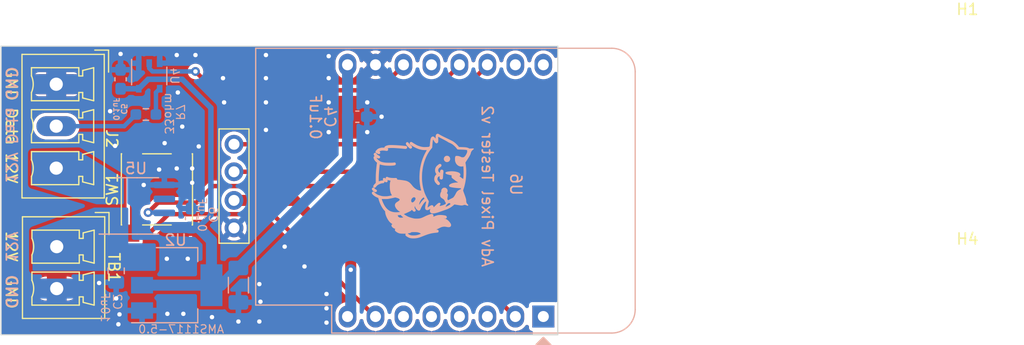
<source format=kicad_pcb>
(kicad_pcb (version 20221018) (generator pcbnew)
  (title_block (title "Adv Pixel Tester") (date "2024-01-19") (rev "v2"))
  (layers (0 "F.Cu" signal) (31 "B.Cu" signal) (34 "B.Paste" user) (35 "F.Paste" user) (36 "B.SilkS" user "B.Silkscreen") (37 "F.SilkS" user "F.Silkscreen") (38 "B.Mask" user) (39 "F.Mask" user) (44 "Edge.Cuts" user))
  (net 0 "")
  (net 1 "IN1")
  (net 2 "GND")
  (net 3 "VIN1")
  (net 4 "+5V")
  (net 5 "/DOUT1")
  (net 6 "+3.3V")
  (net 7 "OUT1")
  (net 14 "Net-(R7-Pad2)")
  (net 18 "VOUT1")
  (net 19 "I2C_SDA")
  (net 20 "I2C_SCL")
  (net 21 "SW1")
  (footprint "MountingHole:MountingHole_2.7mm_M2.5" (layer "F.Cu") (at 197.7 59.15)
    (fp_text reference "H1" (at 0 -3.7) (layer "F.SilkS"))
    (fp_text value "MountingHole")
    (pad "" np_thru_hole circle (at 0 0) (size 2.7 2.7) (drill 2.7) (layers "*.Cu" "*.Mask"))
  )
  (footprint "Connector_Phoenix_MC:PhoenixContact_MCV_1,5_3-G-3.81_1x03_P3.81mm_Vertical" (layer "F.Cu") (at 114.9575 62.25 -90)
    (fp_text reference "J2" (at 4.95 -5.0425 -90 unlocked) (layer "F.SilkS"))
    (fp_text value "String1")
    (pad "1" thru_hole roundrect (at 0 0 270) (size 1.8 3.6) (drill 1.2) (layers "*.Cu" "*.Mask") (roundrect_rratio 0.1388888889) (net 2 "GND") (thermal_bridge_width 2) (thermal_gap 0.2))
    (pad "2" thru_hole oval (at 3.81 0 270) (size 1.8 3.6) (drill 1.2) (layers "*.Cu" "*.Mask") (net 5 "/DOUT1"))
    (pad "3" thru_hole oval (at 7.62 0 270) (size 1.8 3.6) (drill 1.2) (layers "*.Cu" "*.Mask") (net 18 "VOUT1"))
  )
  (footprint "Scotts:OLED-SSD1306-128X64-I2C-THT_2HOLE" (layer "F.Cu") (at 131.1 71.5 90)
    (fp_text reference "J3" hide)
    (fp_text value "OLED")
    (pad "1" thru_hole circle (at 3.8 0 90) (size 1.7 1.7) (drill 1) (layers "*.Cu" "*.Mask") (net 19 "I2C_SDA"))
    (pad "2" thru_hole circle (at 1.3 0 90) (size 1.7 1.7) (drill 1) (layers "*.Cu" "*.Mask") (net 20 "I2C_SCL"))
    (pad "3" thru_hole circle (at -1.3 0 90) (size 1.7 1.7) (drill 1) (layers "*.Cu" "*.Mask") (net 6 "+3.3V"))
    (pad "4" thru_hole circle (at -3.8 0 90) (size 1.7 1.7) (drill 1) (layers "*.Cu" "*.Mask") (net 2 "GND"))
  )
  (footprint "Connector_Phoenix_MC:PhoenixContact_MCV_1,5_2-G-3.81_1x02_P3.81mm_Vertical" (layer "F.Cu") (at 115 77 -90)
    (fp_text reference "TB1" (at 1.9 -5.2 -90 unlocked) (layer "F.SilkS"))
    (fp_text value "Power In")
    (pad "1" thru_hole roundrect (at 0 0 270) (size 1.8 3.6) (drill 1.2) (layers "*.Cu" "*.Mask") (roundrect_rratio 0.1388888889) (net 3 "VIN1"))
    (pad "2" thru_hole oval (at 3.81 0 270) (size 1.8 3.6) (drill 1.2) (layers "*.Cu" "*.Mask") (net 2 "GND") (thermal_bridge_width 2) (thermal_gap 0.2))
  )
  (footprint "MountingHole:MountingHole_2.7mm_M2.5" (layer "F.Cu") (at 197.7 80)
    (fp_text reference "H4" (at 0 -3.7) (layer "F.SilkS"))
    (fp_text value "MountingHole")
    (pad "" np_thru_hole circle (at 0 0) (size 2.7 2.7) (drill 2.7) (layers "*.Cu" "*.Mask"))
  )
  (footprint "Button_Switch_SMD:SW_Push_1P1T_NO_6x6mm_H9.5mm" (layer "F.Cu") (at 124.1 71.8 90)
    (fp_text reference "SW1" (at 0 -4.05 90 unlocked) (layer "F.SilkS"))
    (fp_text value "SW_Push")
    (pad "1" smd rect (at -3.975 -2.25 90) (size 1.55 1.3) (layers "F.Cu" "F.Paste" "F.Mask") (net 21 "SW1"))
    (pad "1" smd rect (at 3.975 -2.25 90) (size 1.55 1.3) (layers "F.Cu" "F.Paste" "F.Mask") (net 21 "SW1"))
    (pad "2" smd rect (at -3.975 2.25 90) (size 1.55 1.3) (layers "F.Cu" "F.Paste" "F.Mask") (net 2 "GND"))
    (pad "2" smd rect (at 3.975 2.25 90) (size 1.55 1.3) (layers "F.Cu" "F.Paste" "F.Mask") (net 2 "GND"))
  )
  (footprint "Package_TO_SOT_SMD:SOT-223-3_TabPin2" (layer "B.Cu") (at 125.9 80.5)
    (fp_text reference "U2" (at -0.1 -4.1 180) (layer "B.SilkS") (effects (justify mirror)))
    (fp_text value "AMS1117-5.0" (at 0.4 4) (layer "B.SilkS") (effects (font (size 0.75 0.75) (thickness 0.1)) (justify mirror)))
    (pad "1" smd rect (at -3.15 2.3) (size 2 1.5) (layers "B.Cu" "B.Paste" "B.Mask") (net 2 "GND"))
    (pad "2" smd rect (at -3.15 0) (size 2 1.5) (layers "B.Cu" "B.Paste" "B.Mask") (net 4 "+5V"))
    (pad "2" smd rect (at 3.15 0) (size 2 3.8) (layers "B.Cu" "B.Paste" "B.Mask") (net 4 "+5V"))
    (pad "3" smd rect (at -3.15 -2.3) (size 2 1.5) (layers "B.Cu" "B.Paste" "B.Mask") (net 3 "VIN1"))
  )
  (footprint "Capacitor_SMD:C_0805_2012Metric_Pad1.18x1.45mm_HandSolder" (layer "B.Cu") (at 120.4 79.2 -90)
    (fp_text reference "C2" (at 2.8 -0.1 -90 unlocked) (layer "B.SilkS") (effects (font (size 0.75 0.75) (thickness 0.1)) (justify mirror)))
    (fp_text value "10uF" (at 3.3 1 -90 unlocked) (layer "B.SilkS") (effects (font (size 0.75 0.75) (thickness 0.1)) (justify mirror)))
    (pad "1" smd roundrect (at -1.0375 0 270) (size 1.175 1.45) (layers "B.Cu" "B.Paste" "B.Mask") (roundrect_rratio 0.2127659574) (net 3 "VIN1"))
    (pad "2" smd roundrect (at 1.0375 0 270) (size 1.175 1.45) (layers "B.Cu" "B.Paste" "B.Mask") (roundrect_rratio 0.2127659574) (net 2 "GND"))
  )
  (footprint "Module:WEMOS_D1_mini_light" (layer "B.Cu") (at 159.19 83.345 90)
    (fp_text reference "U6" (at 12 -2.49 270 unlocked) (layer "B.SilkS") (effects (justify mirror)))
    (fp_text value "WeMos_D1_mini")
    (pad "1" thru_hole rect (at 0 0 90) (size 2 2) (drill 1) (layers "*.Cu" "*.Mask"))
    (pad "2" thru_hole oval (at 0 -2.54 90) (size 2 1.6) (drill 1) (layers "*.Cu" "*.Mask") (net 1 "IN1"))
    (pad "3" thru_hole oval (at 0 -5.08 90) (size 2 1.6) (drill 1) (layers "*.Cu" "*.Mask"))
    (pad "4" thru_hole oval (at 0 -7.62 90) (size 2 1.6) (drill 1) (layers "*.Cu" "*.Mask"))
    (pad "5" thru_hole oval (at 0 -10.16 90) (size 2 1.6) (drill 1) (layers "*.Cu" "*.Mask"))
    (pad "6" thru_hole oval (at 0 -12.7 90) (size 2 1.6) (drill 1) (layers "*.Cu" "*.Mask"))
    (pad "7" thru_hole oval (at 0 -15.24 90) (size 2 1.6) (drill 1) (layers "*.Cu" "*.Mask") (net 21 "SW1"))
    (pad "8" thru_hole oval (at 0 -17.78 90) (size 2 1.6) (drill 1) (layers "*.Cu" "*.Mask") (net 6 "+3.3V"))
    (pad "9" thru_hole oval (at 22.86 -17.78 90) (size 2 1.6) (drill 1) (layers "*.Cu" "*.Mask") (net 4 "+5V"))
    (pad "10" thru_hole oval (at 22.86 -15.24 90) (size 2 1.6) (drill 1) (layers "*.Cu" "*.Mask") (net 2 "GND") (thermal_bridge_width 1))
    (pad "11" thru_hole oval (at 22.86 -12.7 90) (size 2 1.6) (drill 1) (layers "*.Cu" "*.Mask") (net 7 "OUT1"))
    (pad "12" thru_hole oval (at 22.86 -10.16 90) (size 2 1.6) (drill 1) (layers "*.Cu" "*.Mask"))
    (pad "13" thru_hole oval (at 22.86 -7.62 90) (size 2 1.6) (drill 1) (layers "*.Cu" "*.Mask") (net 19 "I2C_SDA"))
    (pad "14" thru_hole oval (at 22.86 -5.08 90) (size 2 1.6) (drill 1) (layers "*.Cu" "*.Mask") (net 20 "I2C_SCL"))
    (pad "15" thru_hole oval (at 22.86 -2.54 90) (size 2 1.6) (drill 1) (layers "*.Cu" "*.Mask"))
    (pad "16" thru_hole oval (at 22.86 0 90) (size 2 1.6) (drill 1) (layers "*.Cu" "*.Mask"))
  )
  (footprint "Capacitor_SMD:C_0603_1608Metric_Pad1.08x0.95mm_HandSolder" (layer "B.Cu") (at 142.3 65.2)
    (fp_text reference "C4" (at -2.5 0 -90 unlocked) (layer "B.SilkS") (effects (justify mirror)))
    (fp_text value "0.1uF" (at -3.8 0 -90 unlocked) (layer "B.SilkS") (effects (justify mirror)))
    (pad "1" smd roundrect (at -0.8625 0) (size 1.075 0.95) (layers "B.Cu" "B.Paste" "B.Mask") (net 4 "+5V"))
    (pad "2" smd roundrect (at 0.8625 0) (size 1.075 0.95) (layers "B.Cu" "B.Paste" "B.Mask") (net 2 "GND"))
  )
  (footprint "Capacitor_SMD:C_0603_1608Metric_Pad1.08x0.95mm_HandSolder" (layer "B.Cu") (at 120.8 61.8 90)
    (fp_text reference "C5" (at -2.7 0.3 270 unlocked) (layer "B.SilkS") (effects (font (size 0.5 0.5) (thickness 0.1)) (justify mirror)))
    (fp_text value "0.1uF" (at -2.7 -0.4 270 unlocked) (layer "B.SilkS") (effects (font (size 0.5 0.5) (thickness 0.1) bold) (justify mirror)))
    (pad "1" smd roundrect (at -0.8625 0 90) (size 1.075 0.95) (layers "B.Cu" "B.Paste" "B.Mask") (net 4 "+5V"))
    (pad "2" smd roundrect (at 0.8625 0 90) (size 1.075 0.95) (layers "B.Cu" "B.Paste" "B.Mask") (net 2 "GND"))
  )
  (footprint "Package_SO:TSOP-5_1.65x3.05mm_P0.95mm" (layer "B.Cu") (at 123.4 61.5 -90)
    (fp_text reference "U4" (at 0 -2.3 -90 unlocked) (layer "B.SilkS") (effects (font (size 0.75 0.75) (thickness 0.1)) (justify mirror)))
    (fp_text value "74AHCT1G125")
    (pad "1" smd rect (at -1.16 0.95 270) (size 0.7 0.51) (layers "B.Cu" "B.Paste" "B.Mask") (net 2 "GND"))
    (pad "2" smd rect (at -1.16 0 270) (size 0.7 0.51) (layers "B.Cu" "B.Paste" "B.Mask") (net 7 "OUT1"))
    (pad "3" smd rect (at -1.16 -0.95 270) (size 0.7 0.51) (layers "B.Cu" "B.Paste" "B.Mask") (net 2 "GND"))
    (pad "4" smd rect (at 1.16 -0.95 270) (size 0.7 0.51) (layers "B.Cu" "B.Paste" "B.Mask") (net 14 "Net-(R7-Pad2)"))
    (pad "5" smd rect (at 1.16 0.95 270) (size 0.7 0.51) (layers "B.Cu" "B.Paste" "B.Mask") (net 4 "+5V"))
  )
  (footprint "Scotts:chewi_15" (layer "B.Cu") (at 149.4 71.708705 90)
    (fp_text reference "G***")
    (fp_text value "LOGO" hide)
  )
  (footprint "Capacitor_SMD:C_1206_3216Metric_Pad1.33x1.80mm_HandSolder" (layer "B.Cu") (at 131.5 80.5 -90)
    (fp_text reference "C1" hide)
    (fp_text value "100uF")
    (pad "1" smd roundrect (at -1.5625 0 270) (size 1.325 1.8) (layers "B.Cu" "B.Paste" "B.Mask") (roundrect_rratio 0.1886792453) (net 4 "+5V"))
    (pad "2" smd roundrect (at 1.5625 0 270) (size 1.325 1.8) (layers "B.Cu" "B.Paste" "B.Mask") (roundrect_rratio 0.1886792453) (net 2 "GND"))
  )
  (footprint "Capacitor_SMD:C_0603_1608Metric_Pad1.08x0.95mm_HandSolder" (layer "B.Cu") (at 127.2 74.4 90)
    (fp_text reference "C6" (at 0.3 2 270 unlocked) (layer "B.SilkS") (effects (font (size 0.75 0.75) (thickness 0.1)) (justify mirror)))
    (fp_text value "0.1uF" (at 0.3 1 270 unlocked) (layer "B.SilkS") (effects (font (size 0.75 0.75) (thickness 0.1)) (justify mirror)))
    (pad "1" smd roundrect (at -0.8625 0 90) (size 1.075 0.95) (layers "B.Cu" "B.Paste" "B.Mask") (net 4 "+5V"))
    (pad "2" smd roundrect (at 0.8625 0 90) (size 1.075 0.95) (layers "B.Cu" "B.Paste" "B.Mask") (net 2 "GND"))
  )
  (footprint "Package_SO:SOIC-8_3.9x4.9mm_P1.27mm" (layer "B.Cu") (at 122.3 73.3)
    (fp_text reference "U5" (at -0.1 -3.4) (layer "B.SilkS") (effects (justify mirror)))
    (fp_text value "ACS706xLC-05C")
    (pad "1" smd roundrect (at -2.475 1.905) (size 1.95 0.6) (layers "B.Cu" "B.Paste" "B.Mask") (net 3 "VIN1"))
    (pad "2" smd roundrect (at -2.475 0.635) (size 1.95 0.6) (layers "B.Cu" "B.Paste" "B.Mask") (net 3 "VIN1"))
    (pad "3" smd roundrect (at -2.475 -0.635) (size 1.95 0.6) (layers "B.Cu" "B.Paste" "B.Mask") (net 18 "VOUT1"))
    (pad "4" smd roundrect (at -2.475 -1.905) (size 1.95 0.6) (layers "B.Cu" "B.Paste" "B.Mask") (net 18 "VOUT1"))
    (pad "5" smd roundrect (at 2.475 -1.905) (size 1.95 0.6) (layers "B.Cu" "B.Paste" "B.Mask") (net 2 "GND"))
    (pad "6" smd roundrect (at 2.475 -0.635) (size 1.95 0.6) (layers "B.Cu" "B.Paste" "B.Mask"))
    (pad "7" smd roundrect (at 2.475 0.635) (size 1.95 0.6) (layers "B.Cu" "B.Paste" "B.Mask") (net 1 "IN1"))
    (pad "8" smd roundrect (at 2.475 1.905) (size 1.95 0.6) (layers "B.Cu" "B.Paste" "B.Mask") (net 4 "+5V"))
  )
  (footprint "Resistor_SMD:R_0603_1608Metric_Pad0.98x0.95mm_HandSolder" (layer "B.Cu") (at 123.1 65)
    (fp_text reference "R7" (at 3.1 -0.2 -90 unlocked) (layer "B.SilkS") (effects (font (size 0.75 0.75) (thickness 0.1)) (justify mirror)))
    (fp_text value "33ohm" (at 2.1 -0.1 -90 unlocked) (layer "B.SilkS") (effects (font (size 0.75 0.75) (thickness 0.1) bold) (justify mirror)))
    (pad "1" smd roundrect (at -0.9125 0) (size 0.975 0.95) (layers "B.Cu" "B.Paste" "B.Mask") (net 5 "/DOUT1"))
    (pad "2" smd roundrect (at 0.9125 0) (size 0.975 0.95) (layers "B.Cu" "B.Paste" "B.Mask") (net 14 "Net-(R7-Pad2)"))
  )
  (gr_line (start 109.95 85) (end 109.95 58.8) (stroke (width 0.1)) (layer "Edge.Cuts"))
  (gr_line (start 160.5 58.8) (end 160.5 85) (stroke (width 0.1)) (layer "Edge.Cuts"))
  (gr_line (start 109.95 58.8) (end 160.5 58.8) (stroke (width 0.1)) (layer "Edge.Cuts"))
  (gr_line (start 160.5 85) (end 109.95 85) (stroke (width 0.1)) (layer "Edge.Cuts"))
  (gr_text "GND" (at 110.3 82.7 -90) (layer "B.SilkS") (effects (font (size 1 1)) (justify left bottom mirror)))
  (gr_text "${TITLE} ${REVISION}" (at 154.1 71.5 270) (layer "B.SilkS") (effects (font (size 1 1)) (justify mirror)))
  (gr_text "GND" (at 110.3 63.8 -90) (layer "B.SilkS") (effects (font (size 1 1)) (justify left bottom mirror)))
  (gr_text "Data" (at 110.3 67.8 -90) (layer "B.SilkS") (effects (font (size 1 1)) (justify left bottom mirror)))
  (gr_text "12V" (at 110.3 71.3 -90) (layer "B.SilkS") (effects (font (size 1 1)) (justify left bottom mirror)))
  (gr_text "12V" (at 110.3 78.5 -90) (layer "B.SilkS") (effects (font (size 1 1)) (justify left bottom mirror)))
  (gr_text "GND" (at 110.3 79.5 -90) (layer "F.SilkS") (effects (font (size 1 1)) (justify left bottom)))
  (gr_text "Data" (at 110.3 64.3 270) (layer "F.SilkS") (effects (font (size 1 1)) (justify left bottom)))
  (gr_text "12V" (at 110.3 75.5 270) (layer "F.SilkS") (effects (font (size 1 1)) (justify left bottom)))
  (gr_text "12V" (at 110.3 68.4 270) (layer "F.SilkS") (effects (font (size 1 1)) (justify left bottom)))
  (gr_text "GND" (at 110.3 60.6 -90) (layer "F.SilkS") (effects (font (size 1 1)) (justify left bottom)))
  (segment (start 124.2 73) (end 127.7 73) (width 0.4) (layer "F.Cu") (net 1))
  (segment (start 129.2 71.5) (end 144.75 71.5) (width 0.4) (layer "F.Cu") (net 1))
  (segment (start 127.7 73) (end 129.2 71.5) (width 0.4) (layer "F.Cu") (net 1))
  (segment (start 144.75 71.5) (end 156.65 83.4) (width 0.4) (layer "F.Cu") (net 1))
  (segment (start 123.3 73.9) (end 124.2 73) (width 0.4) (layer "F.Cu") (net 1))
  (via (at 123.3 73.9) (size 0.8) (drill 0.4) (layers "F.Cu" "B.Cu") (net 1))
  (segment (start 124.74 73.9) (end 124.775 73.935) (width 0.4) (layer "B.Cu") (net 1))
  (segment (start 123.3 73.9) (end 124.74 73.9) (width 0.4) (layer "B.Cu") (net 1))
  (segment (start 123.985 73.935) (end 124.775 73.935) (width 0.4) (layer "B.Cu") (net 1))
  (via (at 126.9 78.1) (size 0.8) (drill 0.4) (layers "F.Cu" "B.Cu") (net 2))
  (via (at 130.2 63.9) (size 0.8) (drill 0.4) (layers "F.Cu" "B.Cu") (net 2))
  (via (at 127.3 69.9) (size 0.8) (drill 0.4) (layers "F.Cu" "B.Cu") (net 2))
  (via (at 120.8 59.5) (size 0.8) (drill 0.4) (layers "F.Cu" "B.Cu") (net 2))
  (via (at 143.2 66.6) (size 0.8) (drill 0.4) (layers "F.Cu" "B.Cu") (net 2))
  (via (at 144.5 65.2) (size 0.8) (drill 0.4) (layers "F.Cu" "B.Cu") (net 2))
  (via (at 125.9 59.6) (size 0.8) (drill 0.4) (layers "F.Cu" "B.Cu") (net 2))
  (via (at 143.2 63.9) (size 0.8) (drill 0.4) (layers "F.Cu" "B.Cu") (net 2))
  (via (at 122.9 71.4) (size 0.8) (drill 0.4) (layers "F.Cu" "B.Cu") (net 2))
  (via (at 127.3 71.2) (size 0.8) (drill 0.4) (layers "F.Cu" "B.Cu") (net 2))
  (via (at 139.7 61.7) (size 0.8) (drill 0.4) (layers "F.Cu" "B.Cu") (net 2))
  (via (at 125.05 83.1) (size 0.8) (drill 0.4) (layers "F.Cu" "B.Cu") (net 2))
  (via (at 124.3 70) (size 0.8) (drill 0.4) (layers "F.Cu" "B.Cu") (net 2))
  (via (at 126 63) (size 0.8) (drill 0.4) (layers "F.Cu" "B.Cu") (net 2))
  (via (at 131.5 83.8) (size 0.8) (drill 0.4) (layers "F.Cu" "B.Cu") (net 2))
  (via (at 118.85 80.3) (size 0.8) (drill 0.4) (layers "F.Cu" "B.Cu") (net 2))
  (via (at 139.5 82.6) (size 0.8) (drill 0.4) (layers "F.Cu" "B.Cu") (net 2))
  (via (at 127.6 59.6) (size 0.8) (drill 0.4) (layers "F.Cu" "B.Cu") (net 2))
  (via (at 130.1 61.7) (size 0.8) (drill 0.4) (layers "F.Cu" "B.Cu") (net 2))
  (via (at 134 61.7) (size 0.8) (drill 0.4) (layers "F.Cu" "B.Cu") (net 2))
  (via (at 127.9 67.9) (size 0.8) (drill 0.4) (layers "F.Cu" "B.Cu") (net 2))
  (via (at 137.5 78.8) (size 0.8) (drill 0.4) (layers "F.Cu" "B.Cu") (net 2))
  (via (at 134 66.4) (size 0.8) (drill 0.4) (layers "F.Cu" "B.Cu") (net 2))
  (via (at 129.1 83.4) (size 0.8) (drill 0.4) (layers "F.Cu" "B.Cu") (net 2))
  (via (at 120.3 67.85) (size 0.8) (drill 0.4) (layers "F.Cu" "B.Cu") (net 2))
  (via (at 133.4 83.8) (size 0.8) (drill 0.4) (layers "F.Cu" "B.Cu") (net 2))
  (via (at 125 78.1) (size 0.8) (drill 0.4) (layers "F.Cu" "B.Cu") (net 2))
  (via (at 126.4 66.1) (size 0.8) (drill 0.4) (layers "F.Cu" "B.Cu") (net 2))
  (via (at 133.4 80.4) (size 0.8) (drill 0.4) (layers "F.Cu" "B.Cu") (net 2))
  (via (at 133.5 82) (size 0.8) (drill 0.4) (layers "F.Cu" "B.Cu") (net 2))
  (via (at 124.8 67.6) (size 0.8) (drill 0.4) (layers "F.Cu" "B.Cu") (net 2))
  (via (at 139.7 63.9) (size 0.8) (drill 0.4) (layers "F.Cu" "B.Cu") (net 2))
  (via (at 120.7 83.15) (size 0.8) (drill 0.4) (layers "F.Cu" "B.Cu") (net 2))
  (via (at 126.5 83.1) (size 0.8) (drill 0.4) (layers "F.Cu" "B.Cu") (net 2))
  (via (at 120.6 84.05) (size 0.8) (drill 0.4) (layers "F.Cu" "B.Cu") (net 2))
  (via (at 134 63.9) (size 0.8) (drill 0.4) (layers "F.Cu" "B.Cu") (net 2))
  (via (at 120.4 81.7) (size 0.8) (drill 0.4) (layers "F.Cu" "B.Cu") (net 2))
  (via (at 139.7 66.6) (size 0.8) (drill 0.4) (layers "F.Cu" "B.Cu") (net 2))
  (via (at 139.7 59.7) (size 0.8) (drill 0.4) (layers "F.Cu" "B.Cu") (net 2))
  (via (at 139.5 83.9) (size 0.8) (drill 0.4) (layers "F.Cu" "B.Cu") (net 2))
  (via (at 135.7 77) (size 0.8) (drill 0.4) (layers "F.Cu" "B.Cu") (net 2))
  (via (at 134 59.6) (size 0.8) (drill 0.4) (layers "F.Cu" "B.Cu") (net 2))
  (via (at 125.9 69.9) (size 0.8) (drill 0.4) (layers "F.Cu" "B.Cu") (net 2))
  (via (at 119.85 64.7) (size 0.8) (drill 0.4) (layers "F.Cu" "B.Cu") (net 2))
  (via (at 139.5 81.3) (size 0.8) (drill 0.4) (layers "F.Cu" "B.Cu") (net 2))
  (segment (start 127.2 75.2625) (end 124.8325 75.2625) (width 1) (layer "B.Cu") (net 4))
  (segment (start 129.05 76.45) (end 129.05 78.2) (width 1) (layer "B.Cu") (net 4))
  (segment (start 123.31 61.8) (end 126.4 61.8) (width 0.5) (layer "B.Cu") (net 4))
  (segment (start 141.41 69.0275) (end 141.41 60.54) (width 1) (layer "B.Cu") (net 4))
  (segment (start 127.2 75.2625) (end 127.8625 75.2625) (width 1) (layer "B.Cu") (net 4))
  (segment (start 129 74.125) (end 127.8625 75.2625) (width 0.5) (layer "B.Cu") (net 4))
  (segment (start 126.4 61.8) (end 129 64.4) (width 0.5) (layer "B.Cu") (net 4))
  (segment (start 131.5 78.9375) (end 141.41 69.0275) (width 1) (layer "B.Cu") (net 4))
  (segment (start 129.05 80.5) (end 129.9375 80.5) (width 1) (layer "B.Cu") (net 4))
  (segment (start 129.9375 80.5) (end 131.5 78.9375) (width 1) (layer "B.Cu") (net 4))
  (segment (start 120.8 62.6625) (end 122.4475 62.6625) (width 0.5) (layer "B.Cu") (net 4))
  (segment (start 122.4475 62.6625) (end 122.45 62.66) (width 0.5) (layer "B.Cu") (net 4))
  (segment (start 122.45 62.66) (end 123.31 61.8) (width 0.5) (layer "B.Cu") (net 4))
  (segment (start 129.05 80.5) (end 122.75 80.5) (width 1) (layer "B.Cu") (net 4))
  (segment (start 127.8625 75.2625) (end 129.05 76.45) (width 1) (layer "B.Cu") (net 4))
  (segment (start 129.05 78.35) (end 129.05 80.5) (width 1) (layer "B.Cu") (net 4))
  (segment (start 129 64.4) (end 129 74.125) (width 0.5) (layer "B.Cu") (net 4))
  (segment (start 121.1275 66.06) (end 114.9575 66.06) (width 0.4) (layer "B.Cu") (net 5))
  (segment (start 122.1875 65) (end 121.1275 66.06) (width 0.4) (layer "B.Cu") (net 5))
  (segment (start 136.6 72.8) (end 141.7 77.9) (width 1) (layer "F.Cu") (net 6))
  (segment (start 141.7 77.9) (end 141.7 79.1) (width 1) (layer "F.Cu") (net 6))
  (segment (start 131.1 72.8) (end 136.6 72.8) (width 1) (layer "F.Cu") (net 6))
  (via (at 141.7 79.1) (size 0.8) (drill 0.4) (layers "F.Cu" "B.Cu") (net 6))
  (segment (start 141.7 79.1) (end 141.7 83.11) (width 1) (layer "B.Cu") (net 6))
  (segment (start 141.7 83.11) (end 141.41 83.4) (width 1) (layer "B.Cu") (net 6))
  (segment (start 144.23 62.8) (end 146.49 60.54) (width 0.4) (layer "F.Cu") (net 7))
  (segment (start 129.31 62.8) (end 144.23 62.8) (width 0.4) (layer "F.Cu") (net 7))
  (segment (start 127.6 61.09) (end 129.31 62.8) (width 0.4) (layer "F.Cu") (net 7))
  (via (at 127.6 61.09) (size 0.8) (drill 0.4) (layers "F.Cu" "B.Cu") (net 7))
  (segment (start 127.6 61.09) (end 123.695 61.09) (width 0.4) (layer "B.Cu") (net 7))
  (segment (start 123.695 61.09) (end 123.4 60.795) (width 0.4) (layer "B.Cu") (net 7))
  (segment (start 123.4 60.795) (end 123.4 60.34) (width 0.4) (layer "B.Cu") (net 7))
  (segment (start 124.0125 65) (end 124.0125 62.9975) (width 0.4) (layer "B.Cu") (net 14))
  (segment (start 124.0125 62.9975) (end 124.35 62.66) (width 0.4) (layer "B.Cu") (net 14))
  (segment (start 151.57 60.54) (end 144.41 67.7) (width 0.4) (layer "F.Cu") (net 19))
  (segment (start 144.41 67.7) (end 131.1 67.7) (width 0.4) (layer "F.Cu") (net 19))
  (segment (start 131.1 70.2) (end 144.45 70.2) (width 0.4) (layer "F.Cu") (net 20))
  (segment (start 144.45 70.2) (end 154.11 60.54) (width 0.4) (layer "F.Cu") (net 20))
  (segment (start 123.6 75.6) (end 125.15 74.05) (width 0.4) (layer "F.Cu") (net 21))
  (segment (start 121.85 75.775) (end 121.85 67.825) (width 0.4) (layer "F.Cu") (net 21))
  (segment (start 125.15 74.05) (end 134.6 74.05) (width 0.4) (layer "F.Cu") (net 21))
  (segment (start 122.025 75.6) (end 123.6 75.6) (width 0.4) (layer "F.Cu") (net 21))
  (segment (start 121.85 75.775) (end 122.025 75.6) (width 0.4) (layer "F.Cu") (net 21))
  (segment (start 134.6 74.05) (end 143.95 83.4) (width 0.4) (layer "F.Cu") (net 21))
  (zone (net 0) (net_name "") (layer "F.Cu") (connect_pads (clearance 0)) (min_thickness 0.25)
    (keepout (tracks not_allowed) (vias not_allowed) (pads not_allowed) (copperpour not_allowed) (footprints allowed))
    (fill (thermal_gap 0.5) (thermal_bridge_width 0.5))
    (polygon (pts (xy 145.1 63) (xy 145.1 66.5) (xy 149.3 61.9) (xy 145.8 62)))
  )
  (zone (net 2) (net_name "GND") (layers "F&B.Cu") (connect_pads (clearance 0.308)) (min_thickness 0.354) (fill yes (thermal_gap 0.308) (thermal_bridge_width 0.508))
    (polygon (pts (xy 160.95 85.2) (xy 109.85 85.05) (xy 109.85 58.75) (xy 160.95 58.45)))
  )
  (zone (net 3) (net_name "VIN1") (layer "B.Cu") (priority 1) (connect_pads yes (clearance 0.208)) (min_thickness 0.254) (fill yes (thermal_gap 0.508) (thermal_bridge_width 0.508))
    (polygon (pts (xy 121.5 76.7) (xy 123.997091 76.7) (xy 124 79.2) (xy 112.8 79.2) (xy 112.8 75.5) (xy 118.4 73.45) (xy 121.5 73.45)))
  )
  (zone (net 18) (net_name "VOUT1") (layer "B.Cu") (priority 1) (connect_pads yes (clearance 0.208)) (min_thickness 0.254) (fill yes (thermal_gap 0.208) (thermal_bridge_width 1))
    (polygon (pts (xy 121.1 70.8) (xy 121.1 73.15) (xy 118.6 73.15) (xy 112.7 71.4) (xy 112.7 68.4) (xy 117 68.3)))
  )
)
</source>
